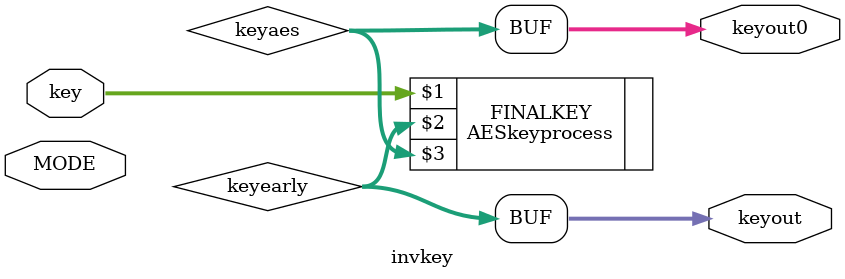
<source format=v>
`timescale 1ns / 1ps
module invkey(MODE,key,keyout0,keyout);
    input  [1:0]MODE;//MODEÎª0´ú±íDES½âÃÜ,2£ºAES½âÃÜ
    input  [127:0] key;
    output   [127:0] keyout0;
    output   [127:0] keyout;
    reg [127:0] keyout_reg;
    wire [127:0] keyaes,keyearly,keydes;
    AESkeyprocess FINALKEY(key,keyearly,keyaes);
    assign keyout0=keyaes;
    assign keyout=keyearly;
    
endmodule
</source>
